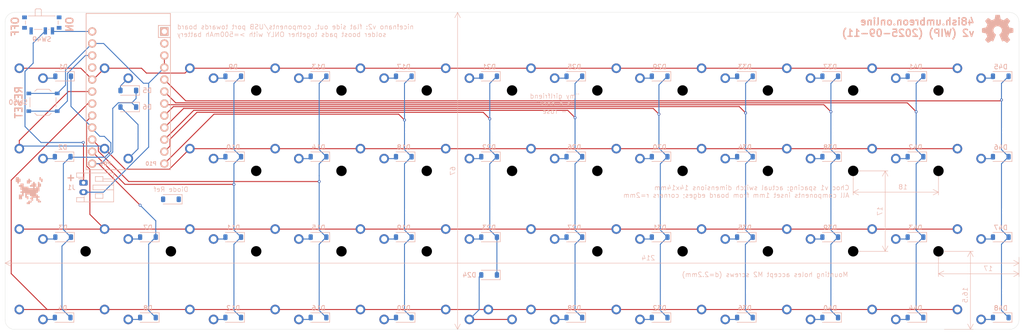
<source format=kicad_pcb>
(kicad_pcb
	(version 20241229)
	(generator "pcbnew")
	(generator_version "9.0")
	(general
		(thickness 1.6)
		(legacy_teardrops no)
	)
	(paper "A3")
	(title_block
		(title "plank")
		(rev "v1.0.0")
		(company "Unknown")
	)
	(layers
		(0 "F.Cu" signal)
		(2 "B.Cu" signal)
		(9 "F.Adhes" user "F.Adhesive")
		(11 "B.Adhes" user "B.Adhesive")
		(13 "F.Paste" user)
		(15 "B.Paste" user)
		(5 "F.SilkS" user "F.Silkscreen")
		(7 "B.SilkS" user "B.Silkscreen")
		(1 "F.Mask" user)
		(3 "B.Mask" user)
		(17 "Dwgs.User" user "User.Drawings")
		(19 "Cmts.User" user "User.Comments")
		(21 "Eco1.User" user "User.Eco1")
		(23 "Eco2.User" user "User.Eco2")
		(25 "Edge.Cuts" user)
		(27 "Margin" user)
		(31 "F.CrtYd" user "F.Courtyard")
		(29 "B.CrtYd" user "B.Courtyard")
		(35 "F.Fab" user)
		(33 "B.Fab" user)
	)
	(setup
		(pad_to_mask_clearance 0)
		(allow_soldermask_bridges_in_footprints no)
		(tenting front back)
		(pcbplotparams
			(layerselection 0x00000000_00000000_55555555_5755f5ff)
			(plot_on_all_layers_selection 0x00000000_00000000_00000000_00000000)
			(disableapertmacros no)
			(usegerberextensions no)
			(usegerberattributes yes)
			(usegerberadvancedattributes yes)
			(creategerberjobfile yes)
			(dashed_line_dash_ratio 12.000000)
			(dashed_line_gap_ratio 3.000000)
			(svgprecision 4)
			(plotframeref no)
			(mode 1)
			(useauxorigin no)
			(hpglpennumber 1)
			(hpglpenspeed 20)
			(hpglpendiameter 15.000000)
			(pdf_front_fp_property_popups yes)
			(pdf_back_fp_property_popups yes)
			(pdf_metadata yes)
			(pdf_single_document no)
			(dxfpolygonmode yes)
			(dxfimperialunits yes)
			(dxfusepcbnewfont yes)
			(psnegative no)
			(psa4output no)
			(plot_black_and_white yes)
			(sketchpadsonfab no)
			(plotpadnumbers no)
			(hidednponfab no)
			(sketchdnponfab yes)
			(crossoutdnponfab yes)
			(subtractmaskfromsilk no)
			(outputformat 1)
			(mirror no)
			(drillshape 0)
			(scaleselection 1)
			(outputdirectory "48ish_soldered_out/")
		)
	)
	(net 0 "")
	(net 1 "Net-(D1-A)")
	(net 2 "/col0")
	(net 3 "Net-(D2-A)")
	(net 4 "Net-(D3-A)")
	(net 5 "Net-(D4-A)")
	(net 6 "/col1")
	(net 7 "Net-(D5-A)")
	(net 8 "Net-(D6-A)")
	(net 9 "Net-(D7-A)")
	(net 10 "Net-(D8-A)")
	(net 11 "Net-(D9-A)")
	(net 12 "/col2")
	(net 13 "Net-(D10-A)")
	(net 14 "Net-(D11-A)")
	(net 15 "Net-(D12-A)")
	(net 16 "/col3")
	(net 17 "Net-(D13-A)")
	(net 18 "Net-(D14-A)")
	(net 19 "Net-(D15-A)")
	(net 20 "Net-(D16-A)")
	(net 21 "Net-(D17-A)")
	(net 22 "/col4")
	(net 23 "Net-(D18-A)")
	(net 24 "Net-(D19-A)")
	(net 25 "Net-(D20-A)")
	(net 26 "Net-(D21-A)")
	(net 27 "/col5")
	(net 28 "Net-(D22-A)")
	(net 29 "Net-(D23-A)")
	(net 30 "Net-(D24-A)")
	(net 31 "Net-(D25-A)")
	(net 32 "/col6")
	(net 33 "Net-(D26-A)")
	(net 34 "Net-(D27-A)")
	(net 35 "Net-(D28-A)")
	(net 36 "/col7")
	(net 37 "Net-(D29-A)")
	(net 38 "Net-(D30-A)")
	(net 39 "Net-(D31-A)")
	(net 40 "Net-(D32-A)")
	(net 41 "Net-(D33-A)")
	(net 42 "/col8")
	(net 43 "Net-(D34-A)")
	(net 44 "Net-(D35-A)")
	(net 45 "Net-(D36-A)")
	(net 46 "Net-(D37-A)")
	(net 47 "/col9")
	(net 48 "Net-(D38-A)")
	(net 49 "Net-(D39-A)")
	(net 50 "Net-(D40-A)")
	(net 51 "Net-(D41-A)")
	(net 52 "/col10")
	(net 53 "Net-(D42-A)")
	(net 54 "Net-(D43-A)")
	(net 55 "Net-(D44-A)")
	(net 56 "/col11")
	(net 57 "Net-(D45-A)")
	(net 58 "Net-(D46-A)")
	(net 59 "Net-(D47-A)")
	(net 60 "Net-(D48-A)")
	(net 61 "Net-(J1-Pin_1)")
	(net 62 "VBAT")
	(net 63 "/row0")
	(net 64 "/row2")
	(net 65 "GND")
	(net 66 "unconnected-(U1-P1{slash}TX-Pad1)")
	(net 67 "/row3")
	(net 68 "unconnected-(U1-P0{slash}RX-Pad2)")
	(net 69 "/row1")
	(net 70 "Net-(SW50-A)")
	(net 71 "unconnected-(SW49-A-Pad1)")
	(footprint "stuff:Choc_v1" (layer "F.Cu") (at 134.5 128))
	(footprint "stuff:Choc_v1" (layer "F.Cu") (at 242.5 128))
	(footprint "stuff:Choc_v1" (layer "F.Cu") (at 188.5 128))
	(footprint "stuff:shitty_m2_mounting_hole" (layer "F.Cu") (at 161.5 136.5))
	(footprint "stuff:Choc_v1" (layer "F.Cu") (at 278.5 111))
	(footprint "stuff:shitty_m2_mounting_hole" (layer "F.Cu") (at 197.5 153.5))
	(footprint "stuff:shitty_m2_mounting_hole" (layer "F.Cu") (at 305.5 136.5))
	(footprint "stuff:Choc_v1" (layer "F.Cu") (at 206.5 111))
	(footprint "stuff:Choc_v1" (layer "F.Cu") (at 170.5 145))
	(footprint "stuff:Choc_v1" (layer "F.Cu") (at 260.5 111))
	(footprint "stuff:Choc_v1" (layer "F.Cu") (at 152.5 128))
	(footprint "stuff:shitty_m2_mounting_hole" (layer "F.Cu") (at 287.5 153.5))
	(footprint "stuff:Choc_v1" (layer "F.Cu") (at 116.5 128))
	(footprint "stuff:Choc_v1" (layer "F.Cu") (at 224.5 128))
	(footprint "stuff:shitty_m2_mounting_hole" (layer "F.Cu") (at 179.5 153.5))
	(footprint "stuff:Choc_v1" (layer "F.Cu") (at 224.5 145))
	(footprint "stuff:Choc_v1" (layer "F.Cu") (at 134.5 111))
	(footprint "stuff:shitty_m2_mounting_hole" (layer "F.Cu") (at 215.5 119.5))
	(footprint "stuff:shitty_m2_mounting_hole" (layer "F.Cu") (at 269.5 153.5))
	(footprint "stuff:Choc_v1" (layer "F.Cu") (at 314.5 145))
	(footprint "stuff:Choc_v1" (layer "F.Cu") (at 314.5 128))
	(footprint "stuff:Choc_v1" (layer "F.Cu") (at 278.5 162))
	(footprint "stuff:shitty_m2_mounting_hole" (layer "F.Cu") (at 197.5 136.5))
	(footprint "stuff:Choc_v1" (layer "F.Cu") (at 224.5 111))
	(footprint "stuff:Choc_v1" (layer "F.Cu") (at 260.5 162))
	(footprint "stuff:shitty_m2_mounting_hole" (layer "F.Cu") (at 233.5 136.5))
	(footprint "stuff:Choc_v1" (layer "F.Cu") (at 188.5 162))
	(footprint "stuff:Choc_v1" (layer "F.Cu") (at 152.5 162))
	(footprint "stuff:Choc_v1" (layer "F.Cu") (at 116.5 162))
	(footprint "stuff:shitty_m2_mounting_hole" (layer "F.Cu") (at 233.5 153.5))
	(footprint "stuff:shitty_m2_mounting_hole" (layer "F.Cu") (at 161.5 153.5))
	(footprint "stuff:Choc_v1" (layer "F.Cu") (at 170.5 162))
	(footprint "stuff:Choc_v1" (layer "F.Cu") (at 278.5 128))
	(footprint "stuff:Choc_v1" (layer "F.Cu") (at 116.5 145))
	(footprint "stuff:Choc_v1" (layer "F.Cu") (at 260.5 128))
	(footprint "stuff:Choc_v1" (layer "F.Cu") (at 206.5 128))
	(footprint "stuff:Choc_v1" (layer "F.Cu") (at 242.5 111))
	(footprint "stuff:shitty_m2_mounting_hole" (layer "F.Cu") (at 251.5 136.5))
	(footprint "stuff:Choc_v1" (layer "F.Cu") (at 242.5 145))
	(footprint "stuff:Choc_v1" (layer "F.Cu") (at 215.5 162))
	(footprint "stuff:Choc_v1" (layer "F.Cu") (at 134.5 145))
	(footprint "stuff:Choc_v1" (layer "F.Cu") (at 296.5 145))
	(footprint "stuff:shitty_m2_mounting_hole" (layer "F.Cu") (at 251.5 119.5))
	(footprint "stuff:Choc_v1" (layer "F.Cu") (at 170.5 128))
	(footprint "stuff:Choc_v1" (layer "F.Cu") (at 296.5 162))
	(footprint "stuff:Choc_v1" (layer "F.Cu") (at 314.5 111))
	(footprint "stuff:shitty_m2_mounting_hole" (layer "F.Cu") (at 197.5 119.5))
	(footprint "stuff:Choc_v1" (layer "F.Cu") (at 260.5 145))
	(footprint "stuff:Choc_v1" (layer "F.Cu") (at 170.5 111))
	(footprint "stuff:Choc_v1" (layer "F.Cu") (at 116.5 111))
	(footprint "stuff:shitty_m2_mounting_hole" (layer "F.Cu") (at 233.5 119.5))
	(footprint "stuff:Choc_v1" (layer "F.Cu") (at 152.5 111))
	(footprint "stuff:shitty_m2_mounting_hole" (layer "F.Cu") (at 305.5 119.5))
	(footprint "stuff:shitty_m2_mounting_hole" (layer "F.Cu") (at 179.5 119.5))
	(footprint "stuff:shitty_m2_mounting_hole" (layer "F.Cu") (at 287.5 119.5))
	(footprint "stuff:Choc_v1" (layer "F.Cu") (at 188.5 111))
	(footprint "stuff:Choc_v1" (layer "F.Cu") (at 206.5 162))
	(footprint "stuff:shitty_m2_mounting_hole" (layer "F.Cu") (at 251.5 153.5))
	(footprint "stuff:shitty_m2_mounting_hole" (layer "F.Cu") (at 269.5 136.5))
	(footprint "stuff:Choc_v1"
		(layer "F.Cu")
		(uuid "af34793c-daa4-4b79-95b7-6a08e89da75f")
		(at 314.5 162)
		(property "Reference" "SW48"
			(at 0 0 0)
			(layer "F.SilkS")
			(hide yes)
			(uuid "541f78e3-30ca-46a0-829a-c350c8bd6488")
			(effects
				(font
					(size 1.27 1.27)
					(thickness 0.15)
				)
			)
		)
		(property "Value" "SW_SPST"
			(at 0 0 0)
			(layer "F.SilkS")
			(hide yes)
			(uuid "c946a7ff-19b3-4cc8-a137-09131e4f43f6")
			(effects
				(font
					(size 1.27 1.27)
					(thickness 0.15)
				)
			)
		)
		(property "Datasheet" "~"
			(at 0 0 0)
			(layer "F.Fab")
			(hide yes)
			(uuid "c002c301-9b48-4ac9-90b7-5c9546a86264")
			(effects
				(font
					(size 1.27 1.27)
					(thickness 0.15)
				)
			)
		)
		(property "Description" "Single Pole Single Throw (SPST) switch"
			(at 0 0 0)
			(layer "F.Fab")
			(hide yes)
			(uuid "e7768342-1231-46c5-8abd-ea706634fdff")
			(effects
				(font
					(size 1.27 1.27)
					(thickness 0.15)
				)
			)
		)
		(path "/a0f4c260-c94c-4389-b0dc-6a1faebf1b04")
		(sheetname "/")
		(sheetfile "48ish_soldered.kicad_sch")
		(attr through_hole)
		(fp_line
			(start -9 -8.5)
			(end 9 -8.5)
			(stroke
				(width 0.15)
				(type solid)
			)
			(layer "Dwgs.User")
			(uuid "783c073e-e0c4-431a-9056-1fa1e04b4e86")
		)
		(fp_line
			(start -9 8.5)
			(end -9 -8.5)
			(stroke
				(width 0.15)
				(type solid)
			)
			(layer "Dwgs.User")
			(uuid "2462b9af-6135-425a-8ff2-5b80e6cae899")
		)
		(fp_line
			(start -7 -6)
			(end -7 -7)
			(stroke
				(width 0.15)
				(type solid)
			)
			(layer "Dwgs.User")
			(uuid "0fdd9ed0-cbac-49c1-b1d6-d493dc2e2f1b")
		)
		(fp_line
			(start -7 7)
			(end -7 6)
			(stroke
				(width 0.15)
				(type solid)
			)
			(layer "Dwgs.User")
			(uuid "a3847445-1e94-4777-9b52-74d148510de1")
		)
		(fp_line
			(start -7 7)
			(end -6 7)
			(stroke
				(width 0.15)
				(type solid)
			)
			(layer "Dwgs.User")
			(uuid "4428d1b8-dc23-4654-b2e7-f98c217b8a90")
		)
		(fp_line
			(start -6 -7)
			(end -7 -7)
			(stroke
				(width 0.15)
				(type solid)
			)
			(layer "Dwgs.User")
			(uuid "2b67a902-d2b2-499d-bae5-faafc6a006a7")
		)
		(fp_line
			(start 6 7)
			(end 7 7)
			(stroke
				(width 0.15)
				(type solid)
			)
			(layer "Dwgs.User")
			(uuid "9617d3ac-6f0b-4780-9dc1-f6acce450e81")
		)
		(fp_line
			(start 7 -7)
			(end 6 -7)
			(stroke
				(width 0.15)
				(type solid)
			)
			(layer "Dwgs.User")
			(uuid "5af0fb67-5649-4b29-bc54-35546a4bcbb4")
		)
		(fp_line
			(start 7 -7)
			(end 7 -6)
			(stroke
				(width 0.15)
				(type solid)
			)
			(layer "Dwgs.User")
			(uuid "96489dc0-3936-471d-936d-06ab3b13e15e")
		)
		(fp_line
			(start 7 6)
			(end 7 7)
			(stroke
				(width 0.15)
				(type solid)
			)
			(layer "Dwgs.User")
			(uuid "ee5d58ae-dc21-4ab9-a419-5b1344de043f")
		)
		(fp_line
			(start 9 -8.5)
			(end 9 8.5)
			(stroke
				(width 0.15)
				(type solid)
			)
			(layer "Dwgs.User")
			(uuid "7b904210-a088-4d94-9950-4aade7d57836")
		)
		(fp_line
			(start 9 8.5)
			(end -9 8.5)
			(stroke
				(width 0.15)
				(type solid)
			)
			(layer "Dwgs.User")
			(uuid "34796aad-379c-4cfc-9ceb-3f279e0bb225")
		)
		(pad "" np_thru_hole circle
			(at -5.5 0 180)
			(size 1.7018 1.7018)
			(drill 1.7018)
			(layers "*.Cu" "*.Mask")
			(uuid "4267a814-e7f9-4dc3-aeeb-73a2cb235f72")
		)
		(pad "" np_thru_hole circle
			(at 0 0 180)
			(size 3.429 3.429)
			(drill 3.429)
			(layers "*.Cu" "*.Mask")
			(uuid "cfe8ba5d-80d5-473f-a51c-5d56c4bd4701")
		)
		(pad "" np_thru_hole circle
			(at 5.5 0 180)
			(size 1.7018 1.7018)
			(drill 1.7018)
			(layers "*.Cu" "*.Mask")
			(uuid "d0cfef0e-0eff-4f96-8e60-303bc49ca875")
		)
		(pad "1" thru_hole circle
			(at 
... [449760 chars truncated]
</source>
